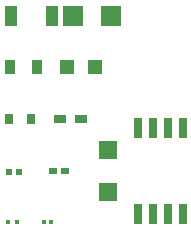
<source format=gtp>
G04 #@! TF.GenerationSoftware,KiCad,Pcbnew,(5.99.0-3978-g0efe073de)*
G04 #@! TF.CreationDate,2020-10-22T13:19:48-05:00*
G04 #@! TF.ProjectId,remoticon_badge,72656d6f-7469-4636-9f6e-5f6261646765,rev?*
G04 #@! TF.SameCoordinates,PX3072580PY307257e*
G04 #@! TF.FileFunction,Paste,Top*
G04 #@! TF.FilePolarity,Positive*
%FSLAX46Y46*%
G04 Gerber Fmt 4.6, Leading zero omitted, Abs format (unit mm)*
G04 Created by KiCad (PCBNEW (5.99.0-3978-g0efe073de)) date 2020-10-22 13:19:48*
%MOMM*%
%LPD*%
G01*
G04 APERTURE LIST*
%ADD10R,0.450000X0.430000*%
%ADD11R,0.700000X0.600000*%
%ADD12R,0.400000X0.400000*%
%ADD13R,0.900000X1.300000*%
%ADD14R,0.700000X0.900000*%
%ADD15R,1.100000X1.700000*%
%ADD16R,1.300000X1.198880*%
%ADD17R,0.600000X0.600000*%
%ADD18R,1.700000X1.800860*%
%ADD19R,1.000000X0.797560*%
%ADD20R,1.600000X1.600000*%
%ADD21R,0.650000X1.700000*%
G04 APERTURE END LIST*
D10*
G04 #@! TO.C,R5*
X53282800Y-67132200D03*
X52482800Y-67132200D03*
G04 #@! TD*
D11*
G04 #@! TO.C,D4*
X56345200Y-62839600D03*
X57345200Y-62839600D03*
G04 #@! TD*
D12*
G04 #@! TO.C,D5*
X55580000Y-67132200D03*
X56180000Y-67132200D03*
G04 #@! TD*
D13*
G04 #@! TO.C,R2*
X54991000Y-54000400D03*
X52705000Y-54000400D03*
G04 #@! TD*
D14*
G04 #@! TO.C,R3*
X54483000Y-58420000D03*
X52578000Y-58420000D03*
G04 #@! TD*
D15*
G04 #@! TO.C,R1*
X56235600Y-49707800D03*
X52806600Y-49707800D03*
G04 #@! TD*
D16*
G04 #@! TO.C,D2*
X57505600Y-54000400D03*
X59918600Y-54000400D03*
G04 #@! TD*
D17*
G04 #@! TO.C,R4*
X53486000Y-62865000D03*
X52586000Y-62865000D03*
G04 #@! TD*
D18*
G04 #@! TO.C,D1*
X58039000Y-49707800D03*
X61214000Y-49707800D03*
G04 #@! TD*
D19*
G04 #@! TO.C,D3*
X56896000Y-58420000D03*
X58674000Y-58420000D03*
G04 #@! TD*
D20*
G04 #@! TO.C,C1*
X60960000Y-64566800D03*
X60960000Y-61010800D03*
G04 #@! TD*
D21*
G04 #@! TO.C,IC1*
X63500000Y-66438800D03*
X64770000Y-66438800D03*
X66040000Y-66438800D03*
X67310000Y-66438800D03*
X67310000Y-59138800D03*
X66040000Y-59138800D03*
X64770000Y-59138800D03*
X63500000Y-59138800D03*
G04 #@! TD*
M02*

</source>
